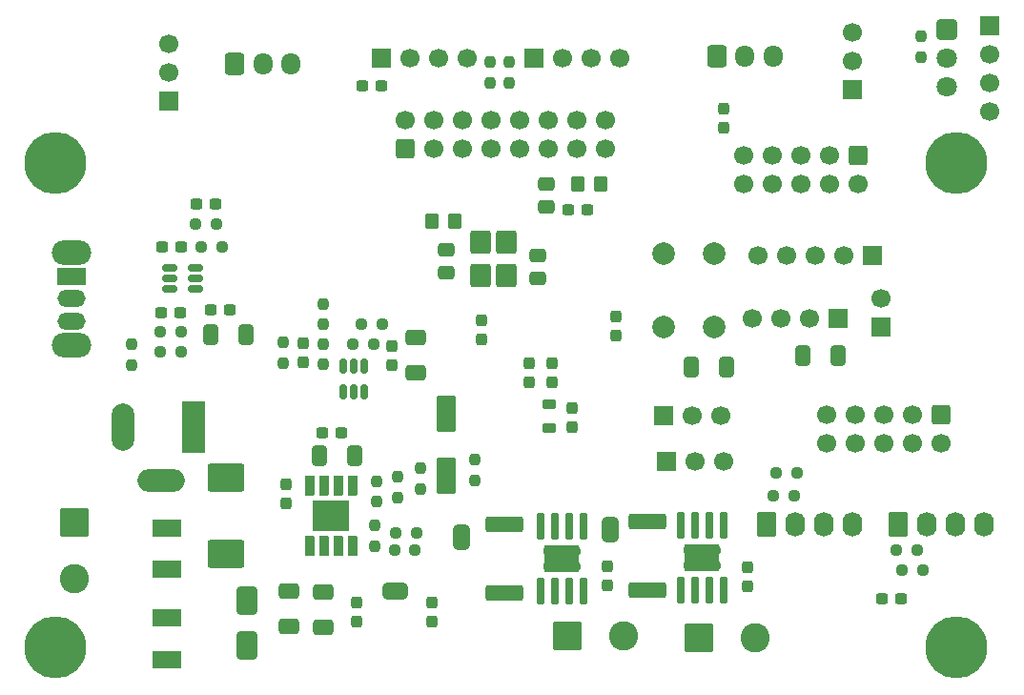
<source format=gbr>
%TF.GenerationSoftware,KiCad,Pcbnew,9.0.5*%
%TF.CreationDate,2025-11-12T00:35:56+01:00*%
%TF.ProjectId,mobile_robot,6d6f6269-6c65-45f7-926f-626f742e6b69,rev?*%
%TF.SameCoordinates,Original*%
%TF.FileFunction,Soldermask,Bot*%
%TF.FilePolarity,Negative*%
%FSLAX46Y46*%
G04 Gerber Fmt 4.6, Leading zero omitted, Abs format (unit mm)*
G04 Created by KiCad (PCBNEW 9.0.5) date 2025-11-12 00:35:56*
%MOMM*%
%LPD*%
G01*
G04 APERTURE LIST*
G04 Aperture macros list*
%AMRoundRect*
0 Rectangle with rounded corners*
0 $1 Rounding radius*
0 $2 $3 $4 $5 $6 $7 $8 $9 X,Y pos of 4 corners*
0 Add a 4 corners polygon primitive as box body*
4,1,4,$2,$3,$4,$5,$6,$7,$8,$9,$2,$3,0*
0 Add four circle primitives for the rounded corners*
1,1,$1+$1,$2,$3*
1,1,$1+$1,$4,$5*
1,1,$1+$1,$6,$7*
1,1,$1+$1,$8,$9*
0 Add four rect primitives between the rounded corners*
20,1,$1+$1,$2,$3,$4,$5,0*
20,1,$1+$1,$4,$5,$6,$7,0*
20,1,$1+$1,$6,$7,$8,$9,0*
20,1,$1+$1,$8,$9,$2,$3,0*%
%AMOutline4P*
0 Free polygon, 4 corners , with rotation*
0 The origin of the aperture is its center*
0 number of corners: always 4*
0 $1 to $8 corner X, Y*
0 $9 Rotation angle, in degrees counterclockwise*
0 create outline with 4 corners*
4,1,4,$1,$2,$3,$4,$5,$6,$7,$8,$1,$2,$9*%
%AMFreePoly0*
4,1,23,0.500000,-0.750000,0.000000,-0.750000,0.000000,-0.745722,-0.065263,-0.745722,-0.191342,-0.711940,-0.304381,-0.646677,-0.396677,-0.554381,-0.461940,-0.441342,-0.495722,-0.315263,-0.495722,-0.250000,-0.500000,-0.250000,-0.500000,0.250000,-0.495722,0.250000,-0.495722,0.315263,-0.461940,0.441342,-0.396677,0.554381,-0.304381,0.646677,-0.191342,0.711940,-0.065263,0.745722,0.000000,0.745722,
0.000000,0.750000,0.500000,0.750000,0.500000,-0.750000,0.500000,-0.750000,$1*%
%AMFreePoly1*
4,1,23,0.000000,0.745722,0.065263,0.745722,0.191342,0.711940,0.304381,0.646677,0.396677,0.554381,0.461940,0.441342,0.495722,0.315263,0.495722,0.250000,0.500000,0.250000,0.500000,-0.250000,0.495722,-0.250000,0.495722,-0.315263,0.461940,-0.441342,0.396677,-0.554381,0.304381,-0.646677,0.191342,-0.711940,0.065263,-0.745722,0.000000,-0.745722,0.000000,-0.750000,-0.500000,-0.750000,
-0.500000,0.750000,0.000000,0.750000,0.000000,0.745722,0.000000,0.745722,$1*%
G04 Aperture macros list end*
%ADD10C,0.010000*%
%ADD11RoundRect,0.250000X-0.650000X0.800000X-0.650000X-0.800000X0.650000X-0.800000X0.650000X0.800000X0*%
%ADD12RoundRect,0.248400X-0.651600X0.651600X-0.651600X-0.651600X0.651600X-0.651600X0.651600X0.651600X0*%
%ADD13C,1.800000*%
%ADD14RoundRect,0.150000X0.150000X-0.512500X0.150000X0.512500X-0.150000X0.512500X-0.150000X-0.512500X0*%
%ADD15RoundRect,0.150000X0.512500X0.150000X-0.512500X0.150000X-0.512500X-0.150000X0.512500X-0.150000X0*%
%ADD16Outline4P,-0.750000X-1.250000X0.750000X-1.250000X0.750000X1.250000X-0.750000X1.250000X270.000000*%
%ADD17R,2.500000X1.500000*%
%ADD18R,3.100000X2.400000*%
%ADD19RoundRect,0.070000X-0.250000X1.100000X-0.250000X-1.100000X0.250000X-1.100000X0.250000X1.100000X0*%
%ADD20C,0.770000*%
%ADD21O,3.500000X2.200000*%
%ADD22O,2.500000X1.500000*%
%ADD23C,2.000000*%
%ADD24RoundRect,0.237500X-0.250000X-0.237500X0.250000X-0.237500X0.250000X0.237500X-0.250000X0.237500X0*%
%ADD25RoundRect,0.237500X-0.237500X0.250000X-0.237500X-0.250000X0.237500X-0.250000X0.237500X0.250000X0*%
%ADD26RoundRect,0.237500X0.237500X-0.250000X0.237500X0.250000X-0.237500X0.250000X-0.237500X-0.250000X0*%
%ADD27RoundRect,0.237500X0.250000X0.237500X-0.250000X0.237500X-0.250000X-0.237500X0.250000X-0.237500X0*%
%ADD28RoundRect,0.249999X1.425001X-0.450001X1.425001X0.450001X-1.425001X0.450001X-1.425001X-0.450001X0*%
%ADD29RoundRect,0.250000X-0.350000X-0.450000X0.350000X-0.450000X0.350000X0.450000X-0.350000X0.450000X0*%
%ADD30RoundRect,0.250000X-1.050000X-1.050000X1.050000X-1.050000X1.050000X1.050000X-1.050000X1.050000X0*%
%ADD31C,2.600000*%
%ADD32FreePoly0,0.000000*%
%ADD33FreePoly1,0.000000*%
%ADD34FreePoly0,270.000000*%
%ADD35FreePoly1,270.000000*%
%ADD36R,1.700000X1.700000*%
%ADD37C,1.700000*%
%ADD38RoundRect,0.250000X0.600000X-0.600000X0.600000X0.600000X-0.600000X0.600000X-0.600000X-0.600000X0*%
%ADD39RoundRect,0.250000X-0.600000X0.600000X-0.600000X-0.600000X0.600000X-0.600000X0.600000X0.600000X0*%
%ADD40RoundRect,0.250000X-0.620000X-0.845000X0.620000X-0.845000X0.620000X0.845000X-0.620000X0.845000X0*%
%ADD41O,1.740000X2.190000*%
%ADD42RoundRect,0.250000X-0.600000X-0.725000X0.600000X-0.725000X0.600000X0.725000X-0.600000X0.725000X0*%
%ADD43O,1.700000X1.950000*%
%ADD44R,2.000000X4.600000*%
%ADD45O,2.000000X4.200000*%
%ADD46O,4.200000X2.000000*%
%ADD47RoundRect,0.250000X-1.050000X1.050000X-1.050000X-1.050000X1.050000X-1.050000X1.050000X1.050000X0*%
%ADD48C,5.500000*%
%ADD49RoundRect,0.218750X-0.381250X0.218750X-0.381250X-0.218750X0.381250X-0.218750X0.381250X0.218750X0*%
%ADD50RoundRect,0.250000X-1.400000X-1.000000X1.400000X-1.000000X1.400000X1.000000X-1.400000X1.000000X0*%
%ADD51RoundRect,0.250000X-0.650000X1.000000X-0.650000X-1.000000X0.650000X-1.000000X0.650000X1.000000X0*%
%ADD52RoundRect,0.250000X0.600000X-1.400000X0.600000X1.400000X-0.600000X1.400000X-0.600000X-1.400000X0*%
%ADD53RoundRect,0.237500X-0.237500X0.287500X-0.237500X-0.287500X0.237500X-0.287500X0.237500X0.287500X0*%
%ADD54RoundRect,0.237500X0.300000X0.237500X-0.300000X0.237500X-0.300000X-0.237500X0.300000X-0.237500X0*%
%ADD55RoundRect,0.250000X-0.412500X-0.650000X0.412500X-0.650000X0.412500X0.650000X-0.412500X0.650000X0*%
%ADD56RoundRect,0.237500X0.237500X-0.300000X0.237500X0.300000X-0.237500X0.300000X-0.237500X-0.300000X0*%
%ADD57RoundRect,0.250000X0.412500X0.650000X-0.412500X0.650000X-0.412500X-0.650000X0.412500X-0.650000X0*%
%ADD58RoundRect,0.250000X-0.650000X0.412500X-0.650000X-0.412500X0.650000X-0.412500X0.650000X0.412500X0*%
%ADD59RoundRect,0.237500X-0.300000X-0.237500X0.300000X-0.237500X0.300000X0.237500X-0.300000X0.237500X0*%
%ADD60RoundRect,0.237500X-0.237500X0.300000X-0.237500X-0.300000X0.237500X-0.300000X0.237500X0.300000X0*%
%ADD61RoundRect,0.250000X-0.475000X0.337500X-0.475000X-0.337500X0.475000X-0.337500X0.475000X0.337500X0*%
%ADD62RoundRect,0.250000X0.475000X-0.337500X0.475000X0.337500X-0.475000X0.337500X-0.475000X-0.337500X0*%
G04 APERTURE END LIST*
D10*
%TO.C,U8*%
X130984323Y-84563662D02*
X127884323Y-84563662D01*
X127884323Y-81963662D01*
X130984323Y-81963662D01*
X130984323Y-84563662D01*
G36*
X130984323Y-84563662D02*
G01*
X127884323Y-84563662D01*
X127884323Y-81963662D01*
X130984323Y-81963662D01*
X130984323Y-84563662D01*
G37*
X127857323Y-79719662D02*
X127859323Y-79719662D01*
X127862323Y-79720662D01*
X127864323Y-79720662D01*
X127867323Y-79721662D01*
X127869323Y-79722662D01*
X127872323Y-79723662D01*
X127874323Y-79725662D01*
X127876323Y-79726662D01*
X127878323Y-79728662D01*
X127880323Y-79729662D01*
X127882323Y-79731662D01*
X127884323Y-79733662D01*
X127886323Y-79735662D01*
X127888323Y-79737662D01*
X127889323Y-79739662D01*
X127891323Y-79741662D01*
X127892323Y-79743662D01*
X127894323Y-79745662D01*
X127895323Y-79748662D01*
X127896323Y-79750662D01*
X127897323Y-79753662D01*
X127897323Y-79755662D01*
X127898323Y-79758662D01*
X127898323Y-79760662D01*
X127899323Y-79763662D01*
X127899323Y-79765662D01*
X127899323Y-79768662D01*
X127899323Y-81358662D01*
X127899323Y-81361662D01*
X127899323Y-81363662D01*
X127898323Y-81366662D01*
X127898323Y-81368662D01*
X127897323Y-81371662D01*
X127897323Y-81373662D01*
X127896323Y-81376662D01*
X127895323Y-81378662D01*
X127894323Y-81381662D01*
X127892323Y-81383662D01*
X127891323Y-81385662D01*
X127889323Y-81387662D01*
X127888323Y-81389662D01*
X127886323Y-81391662D01*
X127884323Y-81393662D01*
X127882323Y-81395662D01*
X127880323Y-81397662D01*
X127878323Y-81398662D01*
X127876323Y-81400662D01*
X127874323Y-81401662D01*
X127872323Y-81403662D01*
X127869323Y-81404662D01*
X127867323Y-81405662D01*
X127864323Y-81406662D01*
X127862323Y-81406662D01*
X127859323Y-81407662D01*
X127857323Y-81407662D01*
X127854323Y-81408662D01*
X127852323Y-81408662D01*
X127849323Y-81408662D01*
X127209323Y-81408662D01*
X127206323Y-81408662D01*
X127204323Y-81408662D01*
X127201323Y-81407662D01*
X127199323Y-81407662D01*
X127196323Y-81406662D01*
X127194323Y-81406662D01*
X127191323Y-81405662D01*
X127189323Y-81404662D01*
X127186323Y-81403662D01*
X127184323Y-81401662D01*
X127182323Y-81400662D01*
X127180323Y-81398662D01*
X127178323Y-81397662D01*
X127176323Y-81395662D01*
X127174323Y-81393662D01*
X127172323Y-81391662D01*
X127170323Y-81389662D01*
X127169323Y-81387662D01*
X127167323Y-81385662D01*
X127166323Y-81383662D01*
X127164323Y-81381662D01*
X127163323Y-81378662D01*
X127162323Y-81376662D01*
X127161323Y-81373662D01*
X127161323Y-81371662D01*
X127160323Y-81368662D01*
X127160323Y-81366662D01*
X127159323Y-81363662D01*
X127159323Y-81361662D01*
X127159323Y-81358662D01*
X127159323Y-79768662D01*
X127159323Y-79765662D01*
X127159323Y-79763662D01*
X127160323Y-79760662D01*
X127160323Y-79758662D01*
X127161323Y-79755662D01*
X127161323Y-79753662D01*
X127162323Y-79750662D01*
X127163323Y-79748662D01*
X127164323Y-79745662D01*
X127166323Y-79743662D01*
X127167323Y-79741662D01*
X127169323Y-79739662D01*
X127170323Y-79737662D01*
X127172323Y-79735662D01*
X127174323Y-79733662D01*
X127176323Y-79731662D01*
X127178323Y-79729662D01*
X127180323Y-79728662D01*
X127182323Y-79726662D01*
X127184323Y-79725662D01*
X127186323Y-79723662D01*
X127189323Y-79722662D01*
X127191323Y-79721662D01*
X127194323Y-79720662D01*
X127196323Y-79720662D01*
X127199323Y-79719662D01*
X127201323Y-79719662D01*
X127204323Y-79718662D01*
X127206323Y-79718662D01*
X127209323Y-79718662D01*
X127849323Y-79718662D01*
X127852323Y-79718662D01*
X127854323Y-79718662D01*
X127857323Y-79719662D01*
G36*
X127857323Y-79719662D02*
G01*
X127859323Y-79719662D01*
X127862323Y-79720662D01*
X127864323Y-79720662D01*
X127867323Y-79721662D01*
X127869323Y-79722662D01*
X127872323Y-79723662D01*
X127874323Y-79725662D01*
X127876323Y-79726662D01*
X127878323Y-79728662D01*
X127880323Y-79729662D01*
X127882323Y-79731662D01*
X127884323Y-79733662D01*
X127886323Y-79735662D01*
X127888323Y-79737662D01*
X127889323Y-79739662D01*
X127891323Y-79741662D01*
X127892323Y-79743662D01*
X127894323Y-79745662D01*
X127895323Y-79748662D01*
X127896323Y-79750662D01*
X127897323Y-79753662D01*
X127897323Y-79755662D01*
X127898323Y-79758662D01*
X127898323Y-79760662D01*
X127899323Y-79763662D01*
X127899323Y-79765662D01*
X127899323Y-79768662D01*
X127899323Y-81358662D01*
X127899323Y-81361662D01*
X127899323Y-81363662D01*
X127898323Y-81366662D01*
X127898323Y-81368662D01*
X127897323Y-81371662D01*
X127897323Y-81373662D01*
X127896323Y-81376662D01*
X127895323Y-81378662D01*
X127894323Y-81381662D01*
X127892323Y-81383662D01*
X127891323Y-81385662D01*
X127889323Y-81387662D01*
X127888323Y-81389662D01*
X127886323Y-81391662D01*
X127884323Y-81393662D01*
X127882323Y-81395662D01*
X127880323Y-81397662D01*
X127878323Y-81398662D01*
X127876323Y-81400662D01*
X127874323Y-81401662D01*
X127872323Y-81403662D01*
X127869323Y-81404662D01*
X127867323Y-81405662D01*
X127864323Y-81406662D01*
X127862323Y-81406662D01*
X127859323Y-81407662D01*
X127857323Y-81407662D01*
X127854323Y-81408662D01*
X127852323Y-81408662D01*
X127849323Y-81408662D01*
X127209323Y-81408662D01*
X127206323Y-81408662D01*
X127204323Y-81408662D01*
X127201323Y-81407662D01*
X127199323Y-81407662D01*
X127196323Y-81406662D01*
X127194323Y-81406662D01*
X127191323Y-81405662D01*
X127189323Y-81404662D01*
X127186323Y-81403662D01*
X127184323Y-81401662D01*
X127182323Y-81400662D01*
X127180323Y-81398662D01*
X127178323Y-81397662D01*
X127176323Y-81395662D01*
X127174323Y-81393662D01*
X127172323Y-81391662D01*
X127170323Y-81389662D01*
X127169323Y-81387662D01*
X127167323Y-81385662D01*
X127166323Y-81383662D01*
X127164323Y-81381662D01*
X127163323Y-81378662D01*
X127162323Y-81376662D01*
X127161323Y-81373662D01*
X127161323Y-81371662D01*
X127160323Y-81368662D01*
X127160323Y-81366662D01*
X127159323Y-81363662D01*
X127159323Y-81361662D01*
X127159323Y-81358662D01*
X127159323Y-79768662D01*
X127159323Y-79765662D01*
X127159323Y-79763662D01*
X127160323Y-79760662D01*
X127160323Y-79758662D01*
X127161323Y-79755662D01*
X127161323Y-79753662D01*
X127162323Y-79750662D01*
X127163323Y-79748662D01*
X127164323Y-79745662D01*
X127166323Y-79743662D01*
X127167323Y-79741662D01*
X127169323Y-79739662D01*
X127170323Y-79737662D01*
X127172323Y-79735662D01*
X127174323Y-79733662D01*
X127176323Y-79731662D01*
X127178323Y-79729662D01*
X127180323Y-79728662D01*
X127182323Y-79726662D01*
X127184323Y-79725662D01*
X127186323Y-79723662D01*
X127189323Y-79722662D01*
X127191323Y-79721662D01*
X127194323Y-79720662D01*
X127196323Y-79720662D01*
X127199323Y-79719662D01*
X127201323Y-79719662D01*
X127204323Y-79718662D01*
X127206323Y-79718662D01*
X127209323Y-79718662D01*
X127849323Y-79718662D01*
X127852323Y-79718662D01*
X127854323Y-79718662D01*
X127857323Y-79719662D01*
G37*
X129127323Y-79719662D02*
X129129323Y-79719662D01*
X129132323Y-79720662D01*
X129134323Y-79720662D01*
X129137323Y-79721662D01*
X129139323Y-79722662D01*
X129142323Y-79723662D01*
X129144323Y-79725662D01*
X129146323Y-79726662D01*
X129148323Y-79728662D01*
X129150323Y-79729662D01*
X129152323Y-79731662D01*
X129154323Y-79733662D01*
X129156323Y-79735662D01*
X129158323Y-79737662D01*
X129159323Y-79739662D01*
X129161323Y-79741662D01*
X129162323Y-79743662D01*
X129164323Y-79745662D01*
X129165323Y-79748662D01*
X129166323Y-79750662D01*
X129167323Y-79753662D01*
X129167323Y-79755662D01*
X129168323Y-79758662D01*
X129168323Y-79760662D01*
X129169323Y-79763662D01*
X129169323Y-79765662D01*
X129169323Y-79768662D01*
X129169323Y-81358662D01*
X129169323Y-81361662D01*
X129169323Y-81363662D01*
X129168323Y-81366662D01*
X129168323Y-81368662D01*
X129167323Y-81371662D01*
X129167323Y-81373662D01*
X129166323Y-81376662D01*
X129165323Y-81378662D01*
X129164323Y-81381662D01*
X129162323Y-81383662D01*
X129161323Y-81385662D01*
X129159323Y-81387662D01*
X129158323Y-81389662D01*
X129156323Y-81391662D01*
X129154323Y-81393662D01*
X129152323Y-81395662D01*
X129150323Y-81397662D01*
X129148323Y-81398662D01*
X129146323Y-81400662D01*
X129144323Y-81401662D01*
X129142323Y-81403662D01*
X129139323Y-81404662D01*
X129137323Y-81405662D01*
X129134323Y-81406662D01*
X129132323Y-81406662D01*
X129129323Y-81407662D01*
X129127323Y-81407662D01*
X129124323Y-81408662D01*
X129122323Y-81408662D01*
X129119323Y-81408662D01*
X128479323Y-81408662D01*
X128476323Y-81408662D01*
X128474323Y-81408662D01*
X128471323Y-81407662D01*
X128469323Y-81407662D01*
X128466323Y-81406662D01*
X128464323Y-81406662D01*
X128461323Y-81405662D01*
X128459323Y-81404662D01*
X128456323Y-81403662D01*
X128454323Y-81401662D01*
X128452323Y-81400662D01*
X128450323Y-81398662D01*
X128448323Y-81397662D01*
X128446323Y-81395662D01*
X128444323Y-81393662D01*
X128442323Y-81391662D01*
X128440323Y-81389662D01*
X128439323Y-81387662D01*
X128437323Y-81385662D01*
X128436323Y-81383662D01*
X128434323Y-81381662D01*
X128433323Y-81378662D01*
X128432323Y-81376662D01*
X128431323Y-81373662D01*
X128431323Y-81371662D01*
X128430323Y-81368662D01*
X128430323Y-81366662D01*
X128429323Y-81363662D01*
X128429323Y-81361662D01*
X128429323Y-81358662D01*
X128429323Y-79768662D01*
X128429323Y-79765662D01*
X128429323Y-79763662D01*
X128430323Y-79760662D01*
X128430323Y-79758662D01*
X128431323Y-79755662D01*
X128431323Y-79753662D01*
X128432323Y-79750662D01*
X128433323Y-79748662D01*
X128434323Y-79745662D01*
X128436323Y-79743662D01*
X128437323Y-79741662D01*
X128439323Y-79739662D01*
X128440323Y-79737662D01*
X128442323Y-79735662D01*
X128444323Y-79733662D01*
X128446323Y-79731662D01*
X128448323Y-79729662D01*
X128450323Y-79728662D01*
X128452323Y-79726662D01*
X128454323Y-79725662D01*
X128456323Y-79723662D01*
X128459323Y-79722662D01*
X128461323Y-79721662D01*
X128464323Y-79720662D01*
X128466323Y-79720662D01*
X128469323Y-79719662D01*
X128471323Y-79719662D01*
X128474323Y-79718662D01*
X128476323Y-79718662D01*
X128479323Y-79718662D01*
X129119323Y-79718662D01*
X129122323Y-79718662D01*
X129124323Y-79718662D01*
X129127323Y-79719662D01*
G36*
X129127323Y-79719662D02*
G01*
X129129323Y-79719662D01*
X129132323Y-79720662D01*
X129134323Y-79720662D01*
X129137323Y-79721662D01*
X129139323Y-79722662D01*
X129142323Y-79723662D01*
X129144323Y-79725662D01*
X129146323Y-79726662D01*
X129148323Y-79728662D01*
X129150323Y-79729662D01*
X129152323Y-79731662D01*
X129154323Y-79733662D01*
X129156323Y-79735662D01*
X129158323Y-79737662D01*
X129159323Y-79739662D01*
X129161323Y-79741662D01*
X129162323Y-79743662D01*
X129164323Y-79745662D01*
X129165323Y-79748662D01*
X129166323Y-79750662D01*
X129167323Y-79753662D01*
X129167323Y-79755662D01*
X129168323Y-79758662D01*
X129168323Y-79760662D01*
X129169323Y-79763662D01*
X129169323Y-79765662D01*
X129169323Y-79768662D01*
X129169323Y-81358662D01*
X129169323Y-81361662D01*
X129169323Y-81363662D01*
X129168323Y-81366662D01*
X129168323Y-81368662D01*
X129167323Y-81371662D01*
X129167323Y-81373662D01*
X129166323Y-81376662D01*
X129165323Y-81378662D01*
X129164323Y-81381662D01*
X129162323Y-81383662D01*
X129161323Y-81385662D01*
X129159323Y-81387662D01*
X129158323Y-81389662D01*
X129156323Y-81391662D01*
X129154323Y-81393662D01*
X129152323Y-81395662D01*
X129150323Y-81397662D01*
X129148323Y-81398662D01*
X129146323Y-81400662D01*
X129144323Y-81401662D01*
X129142323Y-81403662D01*
X129139323Y-81404662D01*
X129137323Y-81405662D01*
X129134323Y-81406662D01*
X129132323Y-81406662D01*
X129129323Y-81407662D01*
X129127323Y-81407662D01*
X129124323Y-81408662D01*
X129122323Y-81408662D01*
X129119323Y-81408662D01*
X128479323Y-81408662D01*
X128476323Y-81408662D01*
X128474323Y-81408662D01*
X128471323Y-81407662D01*
X128469323Y-81407662D01*
X128466323Y-81406662D01*
X128464323Y-81406662D01*
X128461323Y-81405662D01*
X128459323Y-81404662D01*
X128456323Y-81403662D01*
X128454323Y-81401662D01*
X128452323Y-81400662D01*
X128450323Y-81398662D01*
X128448323Y-81397662D01*
X128446323Y-81395662D01*
X128444323Y-81393662D01*
X128442323Y-81391662D01*
X128440323Y-81389662D01*
X128439323Y-81387662D01*
X128437323Y-81385662D01*
X128436323Y-81383662D01*
X128434323Y-81381662D01*
X128433323Y-81378662D01*
X128432323Y-81376662D01*
X128431323Y-81373662D01*
X128431323Y-81371662D01*
X128430323Y-81368662D01*
X128430323Y-81366662D01*
X128429323Y-81363662D01*
X128429323Y-81361662D01*
X128429323Y-81358662D01*
X128429323Y-79768662D01*
X128429323Y-79765662D01*
X128429323Y-79763662D01*
X128430323Y-79760662D01*
X128430323Y-79758662D01*
X128431323Y-79755662D01*
X128431323Y-79753662D01*
X128432323Y-79750662D01*
X128433323Y-79748662D01*
X128434323Y-79745662D01*
X128436323Y-79743662D01*
X128437323Y-79741662D01*
X128439323Y-79739662D01*
X128440323Y-79737662D01*
X128442323Y-79735662D01*
X128444323Y-79733662D01*
X128446323Y-79731662D01*
X128448323Y-79729662D01*
X128450323Y-79728662D01*
X128452323Y-79726662D01*
X128454323Y-79725662D01*
X128456323Y-79723662D01*
X128459323Y-79722662D01*
X128461323Y-79721662D01*
X128464323Y-79720662D01*
X128466323Y-79720662D01*
X128469323Y-79719662D01*
X128471323Y-79719662D01*
X128474323Y-79718662D01*
X128476323Y-79718662D01*
X128479323Y-79718662D01*
X129119323Y-79718662D01*
X129122323Y-79718662D01*
X129124323Y-79718662D01*
X129127323Y-79719662D01*
G37*
X130397323Y-79719662D02*
X130399323Y-79719662D01*
X130402323Y-79720662D01*
X130404323Y-79720662D01*
X130407323Y-79721662D01*
X130409323Y-79722662D01*
X130412323Y-79723662D01*
X130414323Y-79725662D01*
X130416323Y-79726662D01*
X130418323Y-79728662D01*
X130420323Y-79729662D01*
X130422323Y-79731662D01*
X130424323Y-79733662D01*
X130426323Y-79735662D01*
X130428323Y-79737662D01*
X130429323Y-79739662D01*
X130431323Y-79741662D01*
X130432323Y-79743662D01*
X130434323Y-79745662D01*
X130435323Y-79748662D01*
X130436323Y-79750662D01*
X130437323Y-79753662D01*
X130437323Y-79755662D01*
X130438323Y-79758662D01*
X130438323Y-79760662D01*
X130439323Y-79763662D01*
X130439323Y-79765662D01*
X130439323Y-79768662D01*
X130439323Y-81358662D01*
X130439323Y-81361662D01*
X130439323Y-81363662D01*
X130438323Y-81366662D01*
X130438323Y-81368662D01*
X130437323Y-81371662D01*
X130437323Y-81373662D01*
X130436323Y-81376662D01*
X130435323Y-81378662D01*
X130434323Y-81381662D01*
X130432323Y-81383662D01*
X130431323Y-81385662D01*
X130429323Y-81387662D01*
X130428323Y-81389662D01*
X130426323Y-81391662D01*
X130424323Y-81393662D01*
X130422323Y-81395662D01*
X130420323Y-81397662D01*
X130418323Y-81398662D01*
X130416323Y-81400662D01*
X130414323Y-81401662D01*
X130412323Y-81403662D01*
X130409323Y-81404662D01*
X130407323Y-81405662D01*
X130404323Y-81406662D01*
X130402323Y-81406662D01*
X130399323Y-81407662D01*
X130397323Y-81407662D01*
X130394323Y-81408662D01*
X130392323Y-81408662D01*
X130389323Y-81408662D01*
X129749323Y-81408662D01*
X129746323Y-81408662D01*
X129744323Y-81408662D01*
X129741323Y-81407662D01*
X129739323Y-81407662D01*
X129736323Y-81406662D01*
X129734323Y-81406662D01*
X129731323Y-81405662D01*
X129729323Y-81404662D01*
X129726323Y-81403662D01*
X129724323Y-81401662D01*
X129722323Y-81400662D01*
X129720323Y-81398662D01*
X129718323Y-81397662D01*
X129716323Y-81395662D01*
X129714323Y-81393662D01*
X129712323Y-81391662D01*
X129710323Y-81389662D01*
X129709323Y-81387662D01*
X129707323Y-81385662D01*
X129706323Y-81383662D01*
X129704323Y-81381662D01*
X129703323Y-81378662D01*
X129702323Y-81376662D01*
X129701323Y-81373662D01*
X129701323Y-81371662D01*
X129700323Y-81368662D01*
X129700323Y-81366662D01*
X129699323Y-81363662D01*
X129699323Y-81361662D01*
X129699323Y-81358662D01*
X129699323Y-79768662D01*
X129699323Y-79765662D01*
X129699323Y-79763662D01*
X129700323Y-79760662D01*
X129700323Y-79758662D01*
X129701323Y-79755662D01*
X129701323Y-79753662D01*
X129702323Y-79750662D01*
X129703323Y-79748662D01*
X129704323Y-79745662D01*
X129706323Y-79743662D01*
X129707323Y-79741662D01*
X129709323Y-79739662D01*
X129710323Y-79737662D01*
X129712323Y-79735662D01*
X129714323Y-79733662D01*
X129716323Y-79731662D01*
X129718323Y-79729662D01*
X129720323Y-79728662D01*
X129722323Y-79726662D01*
X129724323Y-79725662D01*
X129726323Y-79723662D01*
X129729323Y-79722662D01*
X129731323Y-79721662D01*
X129734323Y-79720662D01*
X129736323Y-79720662D01*
X129739323Y-79719662D01*
X129741323Y-79719662D01*
X129744323Y-79718662D01*
X129746323Y-79718662D01*
X129749323Y-79718662D01*
X130389323Y-79718662D01*
X130392323Y-79718662D01*
X130394323Y-79718662D01*
X130397323Y-79719662D01*
G36*
X130397323Y-79719662D02*
G01*
X130399323Y-79719662D01*
X130402323Y-79720662D01*
X130404323Y-79720662D01*
X130407323Y-79721662D01*
X130409323Y-79722662D01*
X130412323Y-79723662D01*
X130414323Y-79725662D01*
X130416323Y-79726662D01*
X130418323Y-79728662D01*
X130420323Y-79729662D01*
X130422323Y-79731662D01*
X130424323Y-79733662D01*
X130426323Y-79735662D01*
X130428323Y-79737662D01*
X130429323Y-79739662D01*
X130431323Y-79741662D01*
X130432323Y-79743662D01*
X130434323Y-79745662D01*
X130435323Y-79748662D01*
X130436323Y-79750662D01*
X130437323Y-79753662D01*
X130437323Y-79755662D01*
X130438323Y-79758662D01*
X130438323Y-79760662D01*
X130439323Y-79763662D01*
X130439323Y-79765662D01*
X130439323Y-79768662D01*
X130439323Y-81358662D01*
X130439323Y-81361662D01*
X130439323Y-81363662D01*
X130438323Y-81366662D01*
X130438323Y-81368662D01*
X130437323Y-81371662D01*
X130437323Y-81373662D01*
X130436323Y-81376662D01*
X130435323Y-81378662D01*
X130434323Y-81381662D01*
X130432323Y-81383662D01*
X130431323Y-81385662D01*
X130429323Y-81387662D01*
X130428323Y-81389662D01*
X130426323Y-81391662D01*
X130424323Y-81393662D01*
X130422323Y-81395662D01*
X130420323Y-81397662D01*
X130418323Y-81398662D01*
X130416323Y-81400662D01*
X130414323Y-81401662D01*
X130412323Y-81403662D01*
X130409323Y-81404662D01*
X130407323Y-81405662D01*
X130404323Y-81406662D01*
X130402323Y-81406662D01*
X130399323Y-81407662D01*
X130397323Y-81407662D01*
X130394323Y-81408662D01*
X130392323Y-81408662D01*
X130389323Y-81408662D01*
X129749323Y-81408662D01*
X129746323Y-81408662D01*
X129744323Y-81408662D01*
X129741323Y-81407662D01*
X129739323Y-81407662D01*
X129736323Y-81406662D01*
X129734323Y-81406662D01*
X129731323Y-81405662D01*
X129729323Y-81404662D01*
X129726323Y-81403662D01*
X129724323Y-81401662D01*
X129722323Y-81400662D01*
X129720323Y-81398662D01*
X129718323Y-81397662D01*
X129716323Y-81395662D01*
X129714323Y-81393662D01*
X129712323Y-81391662D01*
X129710323Y-81389662D01*
X129709323Y-81387662D01*
X129707323Y-81385662D01*
X129706323Y-81383662D01*
X129704323Y-81381662D01*
X129703323Y-81378662D01*
X129702323Y-81376662D01*
X129701323Y-81373662D01*
X129701323Y-81371662D01*
X129700323Y-81368662D01*
X129700323Y-81366662D01*
X129699323Y-81363662D01*
X129699323Y-81361662D01*
X129699323Y-81358662D01*
X129699323Y-79768662D01*
X129699323Y-79765662D01*
X129699323Y-79763662D01*
X129700323Y-79760662D01*
X129700323Y-79758662D01*
X129701323Y-79755662D01*
X129701323Y-79753662D01*
X129702323Y-79750662D01*
X129703323Y-79748662D01*
X129704323Y-79745662D01*
X129706323Y-79743662D01*
X129707323Y-79741662D01*
X129709323Y-79739662D01*
X129710323Y-79737662D01*
X129712323Y-79735662D01*
X129714323Y-79733662D01*
X129716323Y-79731662D01*
X129718323Y-79729662D01*
X129720323Y-79728662D01*
X129722323Y-79726662D01*
X129724323Y-79725662D01*
X129726323Y-79723662D01*
X129729323Y-79722662D01*
X129731323Y-79721662D01*
X129734323Y-79720662D01*
X129736323Y-79720662D01*
X129739323Y-79719662D01*
X129741323Y-79719662D01*
X129744323Y-79718662D01*
X129746323Y-79718662D01*
X129749323Y-79718662D01*
X130389323Y-79718662D01*
X130392323Y-79718662D01*
X130394323Y-79718662D01*
X130397323Y-79719662D01*
G37*
X131667323Y-79719662D02*
X131669323Y-79719662D01*
X131672323Y-79720662D01*
X131674323Y-79720662D01*
X131677323Y-79721662D01*
X131679323Y-79722662D01*
X131682323Y-79723662D01*
X131684323Y-79725662D01*
X131686323Y-79726662D01*
X131688323Y-79728662D01*
X131690323Y-79729662D01*
X131692323Y-79731662D01*
X131694323Y-79733662D01*
X131696323Y-79735662D01*
X131698323Y-79737662D01*
X131699323Y-79739662D01*
X131701323Y-79741662D01*
X131702323Y-79743662D01*
X131704323Y-79745662D01*
X131705323Y-79748662D01*
X131706323Y-79750662D01*
X131707323Y-79753662D01*
X131707323Y-79755662D01*
X131708323Y-79758662D01*
X131708323Y-79760662D01*
X131709323Y-79763662D01*
X131709323Y-79765662D01*
X131709323Y-79768662D01*
X131709323Y-81358662D01*
X131709323Y-81361662D01*
X131709323Y-81363662D01*
X131708323Y-81366662D01*
X131708323Y-81368662D01*
X131707323Y-81371662D01*
X131707323Y-81373662D01*
X131706323Y-81376662D01*
X131705323Y-81378662D01*
X131704323Y-81381662D01*
X131702323Y-81383662D01*
X131701323Y-81385662D01*
X131699323Y-81387662D01*
X131698323Y-81389662D01*
X131696323Y-81391662D01*
X131694323Y-81393662D01*
X131692323Y-81395662D01*
X131690323Y-81397662D01*
X131688323Y-81398662D01*
X131686323Y-81400662D01*
X131684323Y-81401662D01*
X131682323Y-81403662D01*
X131679323Y-81404662D01*
X131677323Y-81405662D01*
X131674323Y-81406662D01*
X131672323Y-81406662D01*
X131669323Y-81407662D01*
X131667323Y-81407662D01*
X131664323Y-81408662D01*
X131662323Y-81408662D01*
X131659323Y-81408662D01*
X131019323Y-81408662D01*
X131016323Y-81408662D01*
X131014323Y-81408662D01*
X131011323Y-81407662D01*
X131009323Y-81407662D01*
X131006323Y-81406662D01*
X131004323Y-81406662D01*
X131001323Y-81405662D01*
X130999323Y-81404662D01*
X130996323Y-81403662D01*
X130994323Y-81401662D01*
X130992323Y-81400662D01*
X130990323Y-81398662D01*
X130988323Y-81397662D01*
X130986323Y-81395662D01*
X130984323Y-81393662D01*
X130982323Y-81391662D01*
X130980323Y-81389662D01*
X130979323Y-81387662D01*
X130977323Y-81385662D01*
X130976323Y-81383662D01*
X130974323Y-81381662D01*
X130973323Y-81378662D01*
X130972323Y-81376662D01*
X130971323Y-81373662D01*
X130971323Y-81371662D01*
X130970323Y-81368662D01*
X130970323Y-81366662D01*
X130969323Y-81363662D01*
X130969323Y-81361662D01*
X130969323Y-81358662D01*
X130969323Y-79768662D01*
X130969323Y-79765662D01*
X130969323Y-79763662D01*
X130970323Y-79760662D01*
X130970323Y-79758662D01*
X130971323Y-79755662D01*
X130971323Y-79753662D01*
X130972323Y-79750662D01*
X130973323Y-79748662D01*
X130974323Y-79745662D01*
X130976323Y-79743662D01*
X130977323Y-79741662D01*
X130979323Y-79739662D01*
X130980323Y-79737662D01*
X130982323Y-79735662D01*
X130984323Y-79733662D01*
X130986323Y-79731662D01*
X130988323Y-79729662D01*
X130990323Y-79728662D01*
X130992323Y-79726662D01*
X130994323Y-79725662D01*
X130996323Y-79723662D01*
X130999323Y-79722662D01*
X131001323Y-79721662D01*
X131004323Y-79720662D01*
X131006323Y-79720662D01*
X131009323Y-79719662D01*
X131011323Y-79719662D01*
X131014323Y-79718662D01*
X131016323Y-79718662D01*
X131019323Y-79718662D01*
X131659323Y-79718662D01*
X131662323Y-79718662D01*
X131664323Y-79718662D01*
X131667323Y-79719662D01*
G36*
X131667323Y-79719662D02*
G01*
X131669323Y-79719662D01*
X131672323Y-79720662D01*
X131674323Y-79720662D01*
X131677323Y-79721662D01*
X131679323Y-79722662D01*
X131682323Y-79723662D01*
X131684323Y-79725662D01*
X131686323Y-79726662D01*
X131688323Y-79728662D01*
X131690323Y-79729662D01*
X131692323Y-79731662D01*
X131694323Y-79733662D01*
X131696323Y-79735662D01*
X131698323Y-79737662D01*
X131699323Y-79739662D01*
X131701323Y-79741662D01*
X131702323Y-79743662D01*
X131704323Y-79745662D01*
X131705323Y-79748662D01*
X131706323Y-79750662D01*
X131707323Y-79753662D01*
X131707323Y-79755662D01*
X131708323Y-79758662D01*
X131708323Y-79760662D01*
X131709323Y-79763662D01*
X131709323Y-79765662D01*
X131709323Y-79768662D01*
X131709323Y-81358662D01*
X131709323Y-81361662D01*
X131709323Y-81363662D01*
X131708323Y-81366662D01*
X131708323Y-81368662D01*
X131707323Y-81371662D01*
X131707323Y-81373662D01*
X131706323Y-81376662D01*
X131705323Y-81378662D01*
X131704323Y-81381662D01*
X131702323Y-81383662D01*
X131701323Y-81385662D01*
X131699323Y-81387662D01*
X131698323Y-81389662D01*
X131696323Y-81391662D01*
X131694323Y-81393662D01*
X131692323Y-81395662D01*
X131690323Y-81397662D01*
X131688323Y-81398662D01*
X131686323Y-81400662D01*
X131684323Y-81401662D01*
X131682323Y-81403662D01*
X131679323Y-81404662D01*
X131677323Y-81405662D01*
X131674323Y-81406662D01*
X131672323Y-81406662D01*
X131669323Y-81407662D01*
X131667323Y-81407662D01*
X131664323Y-81408662D01*
X131662323Y-81408662D01*
X131659323Y-81408662D01*
X131019323Y-81408662D01*
X131016323Y-81408662D01*
X131014323Y-81408662D01*
X131011323Y-81407662D01*
X131009323Y-81407662D01*
X131006323Y-81406662D01*
X131004323Y-81406662D01*
X131001323Y-81405662D01*
X130999323Y-81404662D01*
X130996323Y-81403662D01*
X130994323Y-81401662D01*
X130992323Y-81400662D01*
X130990323Y-81398662D01*
X130988323Y-81397662D01*
X130986323Y-81395662D01*
X130984323Y-81393662D01*
X130982323Y-81391662D01*
X130980323Y-81389662D01*
X130979323Y-81387662D01*
X130977323Y-81385662D01*
X130976323Y-81383662D01*
X130974323Y-81381662D01*
X130973323Y-81378662D01*
X130972323Y-81376662D01*
X130971323Y-81373662D01*
X130971323Y-81371662D01*
X130970323Y-81368662D01*
X130970323Y-81366662D01*
X130969323Y-81363662D01*
X130969323Y-81361662D01*
X130969323Y-81358662D01*
X130969323Y-79768662D01*
X130969323Y-79765662D01*
X130969323Y-79763662D01*
X130970323Y-79760662D01*
X130970323Y-79758662D01*
X130971323Y-79755662D01*
X130971323Y-79753662D01*
X130972323Y-79750662D01*
X130973323Y-79748662D01*
X130974323Y-79745662D01*
X130976323Y-79743662D01*
X130977323Y-79741662D01*
X130979323Y-79739662D01*
X130980323Y-79737662D01*
X130982323Y-79735662D01*
X130984323Y-79733662D01*
X130986323Y-79731662D01*
X130988323Y-79729662D01*
X130990323Y-79728662D01*
X130992323Y-79726662D01*
X130994323Y-79725662D01*
X130996323Y-79723662D01*
X130999323Y-79722662D01*
X131001323Y-79721662D01*
X131004323Y-79720662D01*
X131006323Y-79720662D01*
X131009323Y-79719662D01*
X131011323Y-79719662D01*
X131014323Y-79718662D01*
X131016323Y-79718662D01*
X131019323Y-79718662D01*
X131659323Y-79718662D01*
X131662323Y-79718662D01*
X131664323Y-79718662D01*
X131667323Y-79719662D01*
G37*
X127857323Y-85119662D02*
X127859323Y-85119662D01*
X127862323Y-85120662D01*
X127864323Y-85120662D01*
X127867323Y-85121662D01*
X127869323Y-85122662D01*
X127872323Y-85123662D01*
X127874323Y-85125662D01*
X127876323Y-85126662D01*
X127878323Y-85128662D01*
X127880323Y-85129662D01*
X127882323Y-85131662D01*
X127884323Y-85133662D01*
X127886323Y-85135662D01*
X127888323Y-85137662D01*
X127889323Y-85139662D01*
X127891323Y-85141662D01*
X127892323Y-85143662D01*
X127894323Y-85145662D01*
X127895323Y-85148662D01*
X127896323Y-85150662D01*
X127897323Y-85153662D01*
X127897323Y-85155662D01*
X127898323Y-85158662D01*
X127898323Y-85160662D01*
X127899323Y-85163662D01*
X127899323Y-85165662D01*
X127899323Y-85168662D01*
X127899323Y-86758662D01*
X127899323Y-86761662D01*
X127899323Y-86763662D01*
X127898323Y-86766662D01*
X127898323Y-86768662D01*
X127897323Y-86771662D01*
X127897323Y-86773662D01*
X127896323Y-86776662D01*
X127895323Y-86778662D01*
X127894323Y-86781662D01*
X127892323Y-86783662D01*
X127891323Y-86785662D01*
X127889323Y-86787662D01*
X127888323Y-86789662D01*
X127886323Y-86791662D01*
X127884323Y-86793662D01*
X127882323Y-86795662D01*
X127880323Y-86797662D01*
X127878323Y-86798662D01*
X127876323Y-86800662D01*
X127874323Y-86801662D01*
X127872323Y-86803662D01*
X127869323Y-86804662D01*
X127867323Y-86805662D01*
X127864323Y-86806662D01*
X127862323Y-86806662D01*
X127859323Y-86807662D01*
X127857323Y-86807662D01*
X127854323Y-86808662D01*
X127852323Y-86808662D01*
X127849323Y-86808662D01*
X127209323Y-86808662D01*
X127206323Y-86808662D01*
X127204323Y-86808662D01*
X127201323Y-86807662D01*
X127199323Y-86807662D01*
X127196323Y-86806662D01*
X127194323Y-86806662D01*
X127191323Y-86805662D01*
X127189323Y-86804662D01*
X127186323Y-86803662D01*
X127184323Y-86801662D01*
X127182323Y-86800662D01*
X127180323Y-86798662D01*
X127178323Y-86797662D01*
X127176323Y-86795662D01*
X127174323Y-86793662D01*
X127172323Y-86791662D01*
X127170323Y-86789662D01*
X127169323Y-86787662D01*
X127167323Y-86785662D01*
X127166323Y-86783662D01*
X127164323Y-86781662D01*
X127163323Y-86778662D01*
X127162323Y-86776662D01*
X127161323Y-86773662D01*
X127161323Y-86771662D01*
X127160323Y-86768662D01*
X127160323Y-86766662D01*
X127159323Y-86763662D01*
X127159323Y-86761662D01*
X127159323Y-86758662D01*
X127159323Y-85168662D01*
X127159323Y-85165662D01*
X127159323Y-85163662D01*
X127160323Y-85160662D01*
X127160323Y-85158662D01*
X127161323Y-85155662D01*
X127161323Y-85153662D01*
X127162323Y-85150662D01*
X127163323Y-85148662D01*
X127164323Y-85145662D01*
X127166323Y-85143662D01*
X127167323Y-85141662D01*
X127169323Y-85139662D01*
X127170323Y-85137662D01*
X127172323Y-85135662D01*
X127174323Y-85133662D01*
X127176323Y-85131662D01*
X127178323Y-85129662D01*
X127180323Y-85128662D01*
X127182323Y-85126662D01*
X127184323Y-85125662D01*
X127186323Y-85123662D01*
X127189323Y-85122662D01*
X127191323Y-85121662D01*
X127194323Y-85120662D01*
X127196323Y-85120662D01*
X127199323Y-85119662D01*
X127201323Y-85119662D01*
X127204323Y-85118662D01*
X127206323Y-85118662D01*
X127209323Y-85118662D01*
X127849323Y-85118662D01*
X127852323Y-85118662D01*
X127854323Y-85118662D01*
X127857323Y-85119662D01*
G36*
X127857323Y-85119662D02*
G01*
X127859323Y-85119662D01*
X127862323Y-85120662D01*
X127864323Y-85120662D01*
X127867323Y-85121662D01*
X127869323Y-85122662D01*
X127872323Y-85123662D01*
X127874323Y-85125662D01*
X127876323Y-85126662D01*
X127878323Y-85128662D01*
X127880323Y-85129662D01*
X127882323Y-85131662D01*
X127884323Y-85133662D01*
X127886323Y-85135662D01*
X127888323Y-85137662D01*
X127889323Y-85139662D01*
X127891323Y-85141662D01*
X127892323Y-85143662D01*
X127894323Y-85145662D01*
X127895323Y-85148662D01*
X127896323Y-85150662D01*
X127897323Y-85153662D01*
X127897323Y-85155662D01*
X127898323Y-85158662D01*
X127898323Y-85160662D01*
X127899323Y-85163662D01*
X127899323Y-85165662D01*
X127899323Y-85168662D01*
X127899323Y-86758662D01*
X127899323Y-86761662D01*
X127899323Y-86763662D01*
X127898323Y-86766662D01*
X127898323Y-86768662D01*
X127897323Y-86771662D01*
X127897323Y-86773662D01*
X127896323Y-86776662D01*
X127895323Y-86778662D01*
X127894323Y-86781662D01*
X127892323Y-86783662D01*
X127891323Y-86785662D01*
X127889323Y-86787662D01*
X127888323Y-86789662D01*
X127886323Y-86791662D01*
X127884323Y-86793662D01*
X127882323Y-86795662D01*
X127880323Y-86797662D01*
X127878323Y-86798662D01*
X127876323Y-86800662D01*
X127874323Y-86801662D01*
X127872323Y-86803662D01*
X127869323Y-86804662D01*
X127867323Y-86805662D01*
X127864323Y-86806662D01*
X127862323Y-86806662D01*
X127859323Y-86807662D01*
X127857323Y-86807662D01*
X127854323Y-86808662D01*
X127852323Y-86808662D01*
X127849323Y-86808662D01*
X127209323Y-86808662D01*
X127206323Y-86808662D01*
X127204323Y-86808662D01*
X127201323Y-86807662D01*
X127199323Y-86807662D01*
X127196323Y-86806662D01*
X127194323Y-86806662D01*
X127191323Y-86805662D01*
X127189323Y-86804662D01*
X127186323Y-86803662D01*
X127184323Y-86801662D01*
X127182323Y-86800662D01*
X127180323Y-86798662D01*
X127178323Y-86797662D01*
X127176323Y-86795662D01*
X127174323Y-86793662D01*
X127172323Y-86791662D01*
X127170323Y-86789662D01*
X127169323Y-86787662D01*
X127167323Y-86785662D01*
X127166323Y-86783662D01*
X127164323Y-86781662D01*
X127163323Y-86778662D01*
X127162323Y-86776662D01*
X127161323Y-86773662D01*
X127161323Y-86771662D01*
X127160323Y-86768662D01*
X127160323Y-86766662D01*
X127159323Y-86763662D01*
X127159323Y-86761662D01*
X127159323Y-86758662D01*
X127159323Y-85168662D01*
X127159323Y-85165662D01*
X127159323Y-85163662D01*
X127160323Y-85160662D01*
X127160323Y-85158662D01*
X127161323Y-85155662D01*
X127161323Y-85153662D01*
X127162323Y-85150662D01*
X127163323Y-85148662D01*
X127164323Y-85145662D01*
X127166323Y-85143662D01*
X127167323Y-85141662D01*
X127169323Y-85139662D01*
X127170323Y-85137662D01*
X127172323Y-85135662D01*
X127174323Y-85133662D01*
X127176323Y-85131662D01*
X127178323Y-85129662D01*
X127180323Y-85128662D01*
X127182323Y-85126662D01*
X127184323Y-85125662D01*
X127186323Y-85123662D01*
X127189323Y-85122662D01*
X127191323Y-85121662D01*
X127194323Y-85120662D01*
X127196323Y-85120662D01*
X127199323Y-85119662D01*
X127201323Y-85119662D01*
X127204323Y-85118662D01*
X127206323Y-85118662D01*
X127209323Y-85118662D01*
X127849323Y-85118662D01*
X127852323Y-85118662D01*
X127854323Y-85118662D01*
X127857323Y-85119662D01*
G37*
X129127323Y-85119662D02*
X129129323Y-85119662D01*
X129132323Y-85120662D01*
X129134323Y-85120662D01*
X129137323Y-85121662D01*
X129139323Y-85122662D01*
X129142323Y-85123662D01*
X129144323Y-85125662D01*
X129146323Y-85126662D01*
X129148323Y-85128662D01*
X129150323Y-85129662D01*
X129152323Y-85131662D01*
X129154323Y-85133662D01*
X129156323Y-85135662D01*
X129158323Y-85137662D01*
X129159323Y-85139662D01*
X129161323Y-85141662D01*
X129162323Y-85143662D01*
X129164323Y-85145662D01*
X129165323Y-85148662D01*
X129166323Y-85150662D01*
X129167323Y-85153662D01*
X129167323Y-85155662D01*
X129168323Y-85158662D01*
X129168323Y-85160662D01*
X129169323Y-85163662D01*
X129169323Y-85165662D01*
X129169323Y-85168662D01*
X129169323Y-86758662D01*
X129169323Y-86761662D01*
X129169323Y-86763662D01*
X129168323Y-86766662D01*
X129168323Y-86768662D01*
X129167323Y-86771662D01*
X129167323Y-86773662D01*
X129166323Y-86776662D01*
X129165323Y-86778662D01*
X129164323Y-86781662D01*
X129162323Y-86783662D01*
X129161323Y-86785662D01*
X129159323Y-86787662D01*
X129158323Y-86789662D01*
X129156323Y-86791662D01*
X129154323Y-86793662D01*
X129152323Y-86795662D01*
X129150323Y-86797662D01*
X129148323Y-86798662D01*
X129146323Y-86800662D01*
X129144323Y-86801662D01*
X129142323Y-86803662D01*
X129139323Y-86804662D01*
X129137323Y-86805662D01*
X129134323Y-86806662D01*
X129132323Y-86806662D01*
X129129323Y-86807662D01*
X129127323Y-86807662D01*
X129124323Y-86808662D01*
X129122323Y-86808662D01*
X129119323Y-86808662D01*
X128479323Y-86808662D01*
X128476323Y-86808662D01*
X128474323Y-86808662D01*
X128471323Y-86807662D01*
X128469323Y-86807662D01*
X128466323Y-86806662D01*
X128464323Y-86806662D01*
X128461323Y-86805662D01*
X128459323Y-86804662D01*
X128456323Y-86803662D01*
X128454323Y-86801662D01*
X128452323Y-86800662D01*
X128450323Y-86798662D01*
X128448323Y-86797662D01*
X128446323Y-86795662D01*
X128444323Y-86793662D01*
X128442323Y-86791662D01*
X128440323Y-86789662D01*
X128439323Y-86787662D01*
X128437323Y-86785662D01*
X128436323Y-86783662D01*
X128434323Y-86781662D01*
X128433323Y-86778662D01*
X128432323Y-86776662D01*
X128431323Y-86773662D01*
X128431323Y-86771662D01*
X128430323Y-86768662D01*
X128430323Y-86766662D01*
X128429323Y-86763662D01*
X128429323Y-86761662D01*
X128429323Y-86758662D01*
X128429323Y-85168662D01*
X128429323Y-85165662D01*
X128429323Y-85163662D01*
X128430323Y-85160662D01*
X128430323Y-85158662D01*
X128431323Y-85155662D01*
X128431323Y-85153662D01*
X128432323Y-85150662D01*
X128433323Y-85148662D01*
X128434323Y-85145662D01*
X128436323Y-85143662D01*
X128437323Y-85141662D01*
X128439323Y-85139662D01*
X128440323Y-85137662D01*
X128442323Y-85135662D01*
X128444323Y-85133662D01*
X128446323Y-85131662D01*
X128448323Y-85129662D01*
X128450323Y-85128662D01*
X128452323Y-85126662D01*
X128454323Y-85125662D01*
X128456323Y-85123662D01*
X128459323Y-85122662D01*
X128461323Y-85121662D01*
X128464323Y-85120662D01*
X128466323Y-85120662D01*
X128469323Y-85119662D01*
X128471323Y-85119662D01*
X128474323Y-85118662D01*
X128476323Y-85118662D01*
X128479323Y-85118662D01*
X129119323Y-85118662D01*
X129122323Y-85118662D01*
X129124323Y-85118662D01*
X129127323Y-85119662D01*
G36*
X129127323Y-85119662D02*
G01*
X129129323Y-85119662D01*
X129132323Y-85120662D01*
X129134323Y-85120662D01*
X129137323Y-85121662D01*
X129139323Y-85122662D01*
X129142323Y-85123662D01*
X129144323Y-85125662D01*
X129146323Y-85126662D01*
X129148323Y-85128662D01*
X129150323Y-85129662D01*
X129152323Y-85131662D01*
X129154323Y-85133662D01*
X129156323Y-85135662D01*
X129158323Y-85137662D01*
X129159323Y-85139662D01*
X129161323Y-85141662D01*
X129162323Y-85143662D01*
X129164323Y-85145662D01*
X129165323Y-85148662D01*
X129166323Y-85150662D01*
X129167323Y-85153662D01*
X129167323Y-85155662D01*
X129168323Y-85158662D01*
X129168323Y-85160662D01*
X129169323Y-85163662D01*
X129169323Y-85165662D01*
X129169323Y-85168662D01*
X129169323Y-86758662D01*
X129169323Y-86761662D01*
X129169323Y-86763662D01*
X129168323Y-86766662D01*
X129168323Y-86768662D01*
X129167323Y-86771662D01*
X129167323Y-86773662D01*
X129166323Y-86776662D01*
X129165323Y-86778662D01*
X129164323Y-86781662D01*
X129162323Y-86783662D01*
X129161323Y-86785662D01*
X129159323Y-86787662D01*
X129158323Y-86789662D01*
X129156323Y-86791662D01*
X129154323Y-86793662D01*
X129152323Y-86795662D01*
X129150323Y-86797662D01*
X129148323Y-86798662D01*
X129146323Y-86800662D01*
X129144323Y-86801662D01*
X129142323Y-86803662D01*
X129139323Y-86804662D01*
X129137323Y-86805662D01*
X129134323Y-86806662D01*
X129132323Y-86806662D01*
X129129323Y-86807662D01*
X129127323Y-86807662D01*
X129124323Y-86808662D01*
X129122323Y-86808662D01*
X129119323Y-86808662D01*
X128479323Y-86808662D01*
X128476323Y-86808662D01*
X128474323Y-86808662D01*
X128471323Y-86807662D01*
X128469323Y-86807662D01*
X128466323Y-86806662D01*
X128464323Y-86806662D01*
X128461323Y-86805662D01*
X128459323Y-86804662D01*
X128456323Y-86803662D01*
X128454323Y-86801662D01*
X128452323Y-86800662D01*
X128450323Y-86798662D01*
X128448323Y-86797662D01*
X128446323Y-86795662D01*
X128444323Y-86793662D01*
X128442323Y-86791662D01*
X128440323Y-86789662D01*
X128439323Y-86787662D01*
X128437323Y-86785662D01*
X128436323Y-86783662D01*
X128434323Y-86781662D01*
X128433323Y-86778662D01*
X128432323Y-86776662D01*
X128431323Y-86773662D01*
X128431323Y-86771662D01*
X128430323Y-86768662D01*
X128430323Y-86766662D01*
X128429323Y-86763662D01*
X128429323Y-86761662D01*
X128429323Y-86758662D01*
X128429323Y-85168662D01*
X128429323Y-85165662D01*
X128429323Y-85163662D01*
X128430323Y-85160662D01*
X128430323Y-85158662D01*
X128431323Y-85155662D01*
X128431323Y-85153662D01*
X128432323Y-85150662D01*
X128433323Y-85148662D01*
X128434323Y-85145662D01*
X128436323Y-85143662D01*
X128437323Y-85141662D01*
X128439323Y-85139662D01*
X128440323Y-85137662D01*
X128442323Y-85135662D01*
X128444323Y-85133662D01*
X128446323Y-85131662D01*
X128448323Y-85129662D01*
X128450323Y-85128662D01*
X128452323Y-85126662D01*
X128454323Y-85125662D01*
X128456323Y-85123662D01*
X128459323Y-85122662D01*
X128461323Y-85121662D01*
X128464323Y-85120662D01*
X128466323Y-85120662D01*
X128469323Y-85119662D01*
X128471323Y-85119662D01*
X128474323Y-85118662D01*
X128476323Y-85118662D01*
X128479323Y-85118662D01*
X129119323Y-85118662D01*
X129122323Y-85118662D01*
X129124323Y-85118662D01*
X129127323Y-85119662D01*
G37*
X130397323Y-85119662D02*
X130399323Y-85119662D01*
X130402323Y-85120662D01*
X130404323Y-85120662D01*
X130407323Y-85121662D01*
X130409323Y-85122662D01*
X130412323Y-85123662D01*
X130414323Y-85125662D01*
X130416323Y-85126662D01*
X130418323Y-85128662D01*
X130420323Y-85129662D01*
X130422323Y-85131662D01*
X130424323Y-85133662D01*
X130426323Y-85135662D01*
X130428323Y-85137662D01*
X130429323Y-85139662D01*
X130431323Y-85141662D01*
X130432323Y-85143662D01*
X130434323Y-85145662D01*
X130435323Y-85148662D01*
X130436323Y-85150662D01*
X130437323Y-85153662D01*
X130437323Y-85155662D01*
X130438323Y-85158662D01*
X130438323Y-85160662D01*
X130439323Y-85163662D01*
X130439323Y-85165662D01*
X130439323Y-85168662D01*
X130439323Y-86758662D01*
X130439323Y-86761662D01*
X130439323Y-86763662D01*
X130438323Y-86766662D01*
X130438323Y-86768662D01*
X130437323Y-86771662D01*
X130437323Y-86773662D01*
X130436323Y-86776662D01*
X130435323Y-86778662D01*
X130434323Y-86781662D01*
X130432323Y-86783662D01*
X130431323Y-86785662D01*
X130429323Y-86787662D01*
X130428323Y-86789662D01*
X130426323Y-86791662D01*
X130424323Y-86793662D01*
X130422323Y-86795662D01*
X130420323Y-86797662D01*
X130418323Y-86798662D01*
X130416323Y-86800662D01*
X130414323Y-86801662D01*
X130412323Y-86803662D01*
X130409323Y-86804662D01*
X130407323Y-86805662D01*
X130404323Y-86806662D01*
X130402323Y-86806662D01*
X130399323Y-86807662D01*
X130397323Y-86807662D01*
X130394323Y-86808662D01*
X130392323Y-86808662D01*
X130389323Y-86808662D01*
X129749323Y-86808662D01*
X129746323Y-86808662D01*
X129744323Y-86808662D01*
X129741323Y-86807662D01*
X129739323Y-86807662D01*
X129736323Y-86806662D01*
X129734323Y-86806662D01*
X129731323Y-86805662D01*
X129729323Y-86804662D01*
X129726323Y-86803662D01*
X129724323Y-86801662D01*
X129722323Y-86800662D01*
X129720323Y-86798662D01*
X129718323Y-86797662D01*
X129716323Y-86795662D01*
X129714323Y-86793662D01*
X129712323Y-86791662D01*
X129710323Y-86789662D01*
X129709323Y-86787662D01*
X129707323Y-86785662D01*
X129706323Y-86783662D01*
X129704323Y-86781662D01*
X129703323Y-86778662D01*
X129702323Y-86776662D01*
X129701323Y-86773662D01*
X129701323Y-86771662D01*
X129700323Y-86768662D01*
X129700323Y-86766662D01*
X129699323Y-86763662D01*
X129699323Y-86761662D01*
X129699323Y-86758662D01*
X129699323Y-85168662D01*
X129699323Y-85165662D01*
X129699323Y-85163662D01*
X129700323Y-85160662D01*
X129700323Y-85158662D01*
X129701323Y-85155662D01*
X129701323Y-85153662D01*
X129702323Y-85150662D01*
X129703323Y-85148662D01*
X129704323Y-85145662D01*
X129706323Y-85143662D01*
X129707323Y-85141662D01*
X129709323Y-85139662D01*
X129710323Y-85137662D01*
X129712323Y-85135662D01*
X129714323Y-85133662D01*
X129716323Y-85131662D01*
X129718323Y-85129662D01*
X129720323Y-85128662D01*
X129722323Y-85126662D01*
X129724323Y-85125662D01*
X129726323Y-85123662D01*
X129729323Y-85122662D01*
X129731323Y-85121662D01*
X129734323Y-85120662D01*
X129736323Y-85120662D01*
X129739323Y-85119662D01*
X129741323Y-85119662D01*
X129744323Y-85118662D01*
X129746323Y-85118662D01*
X129749323Y-85118662D01*
X130389323Y-85118662D01*
X130392323Y-85118662D01*
X130394323Y-85118662D01*
X130397323Y-85119662D01*
G36*
X130397323Y-85119662D02*
G01*
X130399323Y-85119662D01*
X130402323Y-85120662D01*
X130404323Y-85120662D01*
X130407323Y-85121662D01*
X130409323Y-85122662D01*
X130412323Y-85123662D01*
X130414323Y-85125662D01*
X130416323Y-85126662D01*
X130418323Y-85128662D01*
X130420323Y-85129662D01*
X130422323Y-85131662D01*
X130424323Y-85133662D01*
X130426323Y-85135662D01*
X130428323Y-85137662D01*
X130429323Y-85139662D01*
X130431323Y-85141662D01*
X130432323Y-85143662D01*
X130434323Y-85145662D01*
X130435323Y-85148662D01*
X130436323Y-85150662D01*
X130437323Y-85153662D01*
X130437323Y-85155662D01*
X130438323Y-85158662D01*
X130438323Y-85160662D01*
X130439323Y-85163662D01*
X130439323Y-85165662D01*
X130439323Y-85168662D01*
X130439323Y-86758662D01*
X130439323Y-86761662D01*
X130439323Y-86763662D01*
X130438323Y-86766662D01*
X130438323Y-86768662D01*
X130437323Y-86771662D01*
X130437323Y-86773662D01*
X130436323Y-86776662D01*
X130435323Y-86778662D01*
X130434323Y-86781662D01*
X130432323Y-86783662D01*
X130431323Y-86785662D01*
X130429323Y-86787662D01*
X130428323Y-86789662D01*
X130426323Y-86791662D01*
X130424323Y-86793662D01*
X130422323Y-86795662D01*
X130420323Y-86797662D01*
X130418323Y-86798662D01*
X130416323Y-86800662D01*
X130414323Y-86801662D01*
X130412323Y-86803662D01*
X130409323Y-86804662D01*
X130407323Y-86805662D01*
X130404323Y-86806662D01*
X130402323Y-86806662D01*
X130399323Y-86807662D01*
X130397323Y-86807662D01*
X130394323Y-86808662D01*
X130392323Y-86808662D01*
X130389323Y-86808662D01*
X129749323Y-86808662D01*
X129746323Y-86808662D01*
X129744323Y-86808662D01*
X129741323Y-86807662D01*
X129739323Y-86807662D01*
X129736323Y-86806662D01*
X129734323Y-86806662D01*
X129731323Y-86805662D01*
X129729323Y-86804662D01*
X129726323Y-86803662D01*
X129724323Y-86801662D01*
X129722323Y-86800662D01*
X129720323Y-86798662D01*
X129718323Y-86797662D01*
X129716323Y-86795662D01*
X129714323Y-86793662D01*
X129712323Y-86791662D01*
X129710323Y-86789662D01*
X129709323Y-86787662D01*
X129707323Y-86785662D01*
X129706323Y-86783662D01*
X129704323Y-86781662D01*
X129703323Y-86778662D01*
X129702323Y-86776662D01*
X129701323Y-86773662D01*
X129701323Y-86771662D01*
X129700323Y-86768662D01*
X129700323Y-86766662D01*
X129699323Y-86763662D01*
X129699323Y-86761662D01*
X129699323Y-86758662D01*
X129699323Y-85168662D01*
X129699323Y-85165662D01*
X129699323Y-85163662D01*
X129700323Y-85160662D01*
X129700323Y-85158662D01*
X129701323Y-85155662D01*
X129701323Y-85153662D01*
X129702323Y-85150662D01*
X129703323Y-85148662D01*
X129704323Y-85145662D01*
X129706323Y-85143662D01*
X129707323Y-85141662D01*
X129709323Y-85139662D01*
X129710323Y-85137662D01*
X129712323Y-85135662D01*
X129714323Y-85133662D01*
X129716323Y-85131662D01*
X129718323Y-85129662D01*
X129720323Y-85128662D01*
X129722323Y-85126662D01*
X129724323Y-85125662D01*
X129726323Y-85123662D01*
X129729323Y-85122662D01*
X129731323Y-85121662D01*
X129734323Y-85120662D01*
X129736323Y-85120662D01*
X129739323Y-85119662D01*
X129741323Y-85119662D01*
X129744323Y-85118662D01*
X129746323Y-85118662D01*
X129749323Y-85118662D01*
X130389323Y-85118662D01*
X130392323Y-85118662D01*
X130394323Y-85118662D01*
X130397323Y-85119662D01*
G37*
X131667323Y-85119662D02*
X131669323Y-85119662D01*
X131672323Y-85120662D01*
X131674323Y-85120662D01*
X131677323Y-85121662D01*
X131679323Y-85122662D01*
X131682323Y-85123662D01*
X131684323Y-85125662D01*
X131686323Y-85126662D01*
X131688323Y-85128662D01*
X131690323Y-85129662D01*
X131692323Y-85131662D01*
X131694323Y-85133662D01*
X131696323Y-85135662D01*
X131698323Y-85137662D01*
X131699323Y-85139662D01*
X131701323Y-85141662D01*
X131702323Y-85143662D01*
X131704323Y-85145662D01*
X131705323Y-85148662D01*
X131706323Y-85150662D01*
X131707323Y-85153662D01*
X131707323Y-85155662D01*
X131708323Y-85158662D01*
X131708323Y-85160662D01*
X131709323Y-85163662D01*
X131709323Y-85165662D01*
X131709323Y-85168662D01*
X131709323Y-86758662D01*
X131709323Y-86761662D01*
X131709323Y-86763662D01*
X131708323Y-86766662D01*
X131708323Y-86768662D01*
X131707323Y-86771662D01*
X131707323Y-86773662D01*
X131706323Y-86776662D01*
X131705323Y-86778662D01*
X131704323Y-86781662D01*
X131702323Y-86783662D01*
X131701323Y-86785662D01*
X131699323Y-86787662D01*
X131698323Y-86789662D01*
X131696323Y-86791662D01*
X131694323Y-86793662D01*
X131692323Y-86795662D01*
X131690323Y-86797662D01*
X131688323Y-86798662D01*
X131686323Y-86800662D01*
X131684323Y-86801662D01*
X131682323Y-86803662D01*
X131679323Y-86804662D01*
X131677323Y-86805662D01*
X131674323Y-86806662D01*
X131672323Y-86806662D01*
X131669323Y-86807662D01*
X131667323Y-86807662D01*
X131664323Y-86808662D01*
X131662323Y-86808662D01*
X131659323Y-86808662D01*
X131019323Y-86808662D01*
X131016323Y-86808662D01*
X131014323Y-86808662D01*
X131011323Y-86807662D01*
X131009323Y-86807662D01*
X131006323Y-86806662D01*
X131004323Y-86806662D01*
X131001323Y-86805662D01*
X130999323Y-86804662D01*
X130996323Y-86803662D01*
X130994323Y-86801662D01*
X130992323Y-86800662D01*
X130990323Y-86798662D01*
X130988323Y-86797662D01*
X130986323Y-86795662D01*
X130984323Y-86793662D01*
X130982323Y-86791662D01*
X130980323Y-86789662D01*
X130979323Y-86787662D01*
X130977323Y-86785662D01*
X130976323Y-86783662D01*
X130974323Y-86781662D01*
X130973323Y-86778662D01*
X130972323Y-86776662D01*
X130971323Y-86773662D01*
X130971323Y-86771662D01*
X130970323Y-86768662D01*
X130970323Y-86766662D01*
X130969323Y-86763662D01*
X130969323Y-86761662D01*
X130969323Y-86758662D01*
X130969323Y-85168662D01*
X130969323Y-85165662D01*
X130969323Y-85163662D01*
X130970323Y-85160662D01*
X130970323Y-85158662D01*
X130971323Y-85155662D01*
X130971323Y-85153662D01*
X130972323Y-85150662D01*
X130973323Y-85148662D01*
X130974323Y-85145662D01*
X130976323Y-85143662D01*
X130977323Y-85141662D01*
X130979323Y-85139662D01*
X130980323Y-85137662D01*
X130982323Y-85135662D01*
X130984323Y-85133662D01*
X130986323Y-85131662D01*
X130988323Y-85129662D01*
X130990323Y-85128662D01*
X130992323Y-85126662D01*
X130994323Y-85125662D01*
X130996323Y-85123662D01*
X130999323Y-85122662D01*
X131001323Y-85121662D01*
X131004323Y-85120662D01*
X131006323Y-85120662D01*
X131009323Y-85119662D01*
X131011323Y-85119662D01*
X131014323Y-85118662D01*
X131016323Y-85118662D01*
X131019323Y-85118662D01*
X131659323Y-85118662D01*
X131662323Y-85118662D01*
X131664323Y-85118662D01*
X131667323Y-85119662D01*
G36*
X131667323Y-85119662D02*
G01*
X131669323Y-85119662D01*
X131672323Y-85120662D01*
X131674323Y-85120662D01*
X131677323Y-85121662D01*
X131679323Y-85122662D01*
X131682323Y-85123662D01*
X131684323Y-85125662D01*
X131686323Y-85126662D01*
X131688323Y-85128662D01*
X131690323Y-85129662D01*
X131692323Y-85131662D01*
X131694323Y-85133662D01*
X131696323Y-85135662D01*
X131698323Y-85137662D01*
X131699323Y-85139662D01*
X131701323Y-85141662D01*
X131702323Y-85143662D01*
X131704323Y-85145662D01*
X131705323Y-85148662D01*
X131706323Y-85150662D01*
X131707323Y-85153662D01*
X131707323Y-85155662D01*
X131708323Y-85158662D01*
X131708323Y-85160662D01*
X131709323Y-85163662D01*
X131709323Y-85165662D01*
X131709323Y-85168662D01*
X131709323Y-86758662D01*
X131709323Y-86761662D01*
X131709323Y-86763662D01*
X131708323Y-86766662D01*
X131708323Y-86768662D01*
X131707323Y-86771662D01*
X131707323Y-86773662D01*
X131706323Y-86776662D01*
X131705323Y-86778662D01*
X131704323Y-86781662D01*
X131702323Y-86783662D01*
X131701323Y-86785662D01*
X131699323Y-86787662D01*
X131698323Y-86789662D01*
X131696323Y-86791662D01*
X131694323Y-86793662D01*
X131692323Y-86795662D01*
X131690323Y-86797662D01*
X131688323Y-86798662D01*
X131686323Y-86800662D01*
X131684323Y-86801662D01*
X131682323Y-86803662D01*
X131679323Y-86804662D01*
X131677323Y-86805662D01*
X131674323Y-86806662D01*
X131672323Y-86806662D01*
X131669323Y-86807662D01*
X131667323Y-86807662D01*
X131664323Y-86808662D01*
X131662323Y-86808662D01*
X131659323Y-86808662D01*
X131019323Y-86808662D01*
X131016323Y-86808662D01*
X131014323Y-86808662D01*
X131011323Y-86807662D01*
X131009323Y-86807662D01*
X131006323Y-86806662D01*
X131004323Y-86806662D01*
X131001323Y-86805662D01*
X130999323Y-86804662D01*
X130996323Y-86803662D01*
X130994323Y-86801662D01*
X130992323Y-86800662D01*
X130990323Y-86798662D01*
X130988323Y-86797662D01*
X130986323Y-86795662D01*
X130984323Y-86793662D01*
X130982323Y-86791662D01*
X130980323Y-86789662D01*
X130979323Y-86787662D01*
X130977323Y-86785662D01*
X130976323Y-86783662D01*
X130974323Y-86781662D01*
X130973323Y-86778662D01*
X130972323Y-86776662D01*
X130971323Y-86773662D01*
X130971323Y-86771662D01*
X130970323Y-86768662D01*
X130970323Y-86766662D01*
X130969323Y-86763662D01*
X130969323Y-86761662D01*
X130969323Y-86758662D01*
X130969323Y-85168662D01*
X130969323Y-85165662D01*
X130969323Y-85163662D01*
X130970323Y-85160662D01*
X130970323Y-85158662D01*
X130971323Y-85155662D01*
X130971323Y-85153662D01*
X130972323Y-85150662D01*
X130973323Y-85148662D01*
X130974323Y-85145662D01*
X130976323Y-85143662D01*
X130977323Y-85141662D01*
X130979323Y-85139662D01*
X130980323Y-85137662D01*
X130982323Y-85135662D01*
X130984323Y-85133662D01*
X130986323Y-85131662D01*
X130988323Y-85129662D01*
X130990323Y-85128662D01*
X130992323Y-85126662D01*
X130994323Y-85125662D01*
X130996323Y-85123662D01*
X130999323Y-85122662D01*
X131001323Y-85121662D01*
X131004323Y-85120662D01*
X131006323Y-85120662D01*
X131009323Y-85119662D01*
X131011323Y-85119662D01*
X131014323Y-85118662D01*
X131016323Y-85118662D01*
X131019323Y-85118662D01*
X131659323Y-85118662D01*
X131662323Y-85118662D01*
X131664323Y-85118662D01*
X131667323Y-85119662D01*
G37*
%TO.C,JP5*%
G36*
X135053484Y-90745875D02*
G01*
X135353484Y-90745875D01*
X135353484Y-89245875D01*
X135053484Y-89245875D01*
X135053484Y-90745875D01*
G37*
%TO.C,JP4*%
G36*
X140329365Y-85047577D02*
G01*
X141829365Y-85047577D01*
X141829365Y-85347577D01*
X140329365Y-85347577D01*
X140329365Y-85047577D01*
G37*
%TO.C,JP3*%
G36*
X153536265Y-84373346D02*
G01*
X155036265Y-84373346D01*
X155036265Y-84673346D01*
X153536265Y-84673346D01*
X153536265Y-84373346D01*
G37*
%TD*%
D11*
%TO.C,Y1*%
X145048000Y-59033000D03*
X145048000Y-61933000D03*
X142748000Y-61933000D03*
X142748000Y-59033000D03*
%TD*%
D12*
%TO.C,U12*%
X184150000Y-40132000D03*
D13*
X184150000Y-42672000D03*
X184150000Y-45212000D03*
%TD*%
D14*
%TO.C,U10*%
X132450000Y-72306506D03*
X131500000Y-72306506D03*
X130550000Y-72306506D03*
X130550000Y-70031506D03*
X131500000Y-70031506D03*
X132450000Y-70031506D03*
%TD*%
D15*
%TO.C,U9*%
X117464448Y-61293638D03*
X117464448Y-62243638D03*
X117464448Y-63193638D03*
X115189448Y-63193638D03*
X115189448Y-62243638D03*
X115189448Y-61293638D03*
%TD*%
D16*
%TO.C,U7*%
X114877049Y-84366123D03*
X114877049Y-88066123D03*
D17*
X114877049Y-92366123D03*
X114877049Y-96066123D03*
%TD*%
D18*
%TO.C,U4*%
X149969365Y-87117577D03*
D19*
X148064365Y-84242577D03*
X149334365Y-84242577D03*
X150604365Y-84242577D03*
X151874365Y-84242577D03*
X151874365Y-89992577D03*
X150604365Y-89992577D03*
X149334365Y-89992577D03*
X148064365Y-89992577D03*
D20*
X148669365Y-86467577D03*
X149969365Y-86467577D03*
X151269365Y-86467577D03*
X148669365Y-87767577D03*
X149969365Y-87767577D03*
X151269365Y-87767577D03*
%TD*%
D18*
%TO.C,U2*%
X162433000Y-87041000D03*
D19*
X160528000Y-84166000D03*
X161798000Y-84166000D03*
X163068000Y-84166000D03*
X164338000Y-84166000D03*
X164338000Y-89916000D03*
X163068000Y-89916000D03*
X161798000Y-89916000D03*
X160528000Y-89916000D03*
D20*
X161133000Y-86391000D03*
X162433000Y-86391000D03*
X163733000Y-86391000D03*
X161133000Y-87691000D03*
X162433000Y-87691000D03*
X163733000Y-87691000D03*
%TD*%
D21*
%TO.C,SW2*%
X106426000Y-59937574D03*
X106426000Y-68137574D03*
D17*
X106426000Y-62037574D03*
D22*
X106426000Y-64037574D03*
X106426000Y-66037574D03*
%TD*%
D23*
%TO.C,SW1*%
X159040000Y-66548000D03*
X159040000Y-60048000D03*
X163540000Y-66548000D03*
X163540000Y-60048000D03*
%TD*%
D24*
%TO.C,R83*%
X168759500Y-81534000D03*
X170584500Y-81534000D03*
%TD*%
%TO.C,R82*%
X169013500Y-79502000D03*
X170838500Y-79502000D03*
%TD*%
%TO.C,R81*%
X179681500Y-86360000D03*
X181506500Y-86360000D03*
%TD*%
%TO.C,R80*%
X180189500Y-88138000D03*
X182014500Y-88138000D03*
%TD*%
D25*
%TO.C,R79*%
X181864000Y-40743500D03*
X181864000Y-42568500D03*
%TD*%
D26*
%TO.C,R63*%
X125222000Y-69746500D03*
X125222000Y-67921500D03*
%TD*%
%TO.C,R62*%
X128778000Y-69850000D03*
X128778000Y-68025000D03*
%TD*%
D27*
%TO.C,R61*%
X134008500Y-66294000D03*
X132183500Y-66294000D03*
%TD*%
D25*
%TO.C,R60*%
X128800000Y-64487500D03*
X128800000Y-66312500D03*
%TD*%
D27*
%TO.C,R59*%
X133246500Y-68072000D03*
X131421500Y-68072000D03*
%TD*%
D25*
%TO.C,R55*%
X111800000Y-68087500D03*
X111800000Y-69912500D03*
%TD*%
D24*
%TO.C,R54*%
X114337500Y-67000000D03*
X116162500Y-67000000D03*
%TD*%
%TO.C,R53*%
X117451500Y-57404000D03*
X119276500Y-57404000D03*
%TD*%
%TO.C,R52*%
X114337500Y-68750000D03*
X116162500Y-68750000D03*
%TD*%
D27*
%TO.C,R51*%
X119784500Y-59436000D03*
X117959500Y-59436000D03*
%TD*%
D25*
%TO.C,R50*%
X133554389Y-80221352D03*
X133554389Y-82046352D03*
%TD*%
D26*
%TO.C,R49*%
X135382000Y-81684500D03*
X135382000Y-79859500D03*
%TD*%
D25*
%TO.C,R48*%
X133350000Y-84177500D03*
X133350000Y-86002500D03*
%TD*%
D27*
%TO.C,R47*%
X137056500Y-84800000D03*
X135231500Y-84800000D03*
%TD*%
D28*
%TO.C,R20*%
X144889365Y-90167577D03*
X144889365Y-84067577D03*
%TD*%
D26*
%TO.C,R10*%
X145288000Y-44854500D03*
X145288000Y-43029500D03*
%TD*%
%TO.C,R9*%
X143637000Y-44854500D03*
X143637000Y-43029500D03*
%TD*%
D25*
%TO.C,R8*%
X142240000Y-78335500D03*
X142240000Y-80160500D03*
%TD*%
D26*
%TO.C,R7*%
X137414000Y-80922500D03*
X137414000Y-79097500D03*
%TD*%
D28*
%TO.C,R6*%
X157599261Y-89894546D03*
X157599261Y-83794546D03*
%TD*%
D29*
%TO.C,R4*%
X151400000Y-53848000D03*
X153400000Y-53848000D03*
%TD*%
%TO.C,R2*%
X138446000Y-57150000D03*
X140446000Y-57150000D03*
%TD*%
D24*
%TO.C,R1*%
X135128000Y-86360000D03*
X136953000Y-86360000D03*
%TD*%
D30*
%TO.C,M2*%
X150448000Y-93980000D03*
D31*
X155448000Y-93980000D03*
%TD*%
D30*
%TO.C,M1*%
X162132000Y-94109500D03*
D31*
X167132000Y-94109500D03*
%TD*%
D32*
%TO.C,JP5*%
X134553484Y-89995875D03*
D33*
X135853484Y-89995875D03*
%TD*%
D34*
%TO.C,JP4*%
X141079365Y-84547577D03*
D35*
X141079365Y-85847577D03*
%TD*%
D34*
%TO.C,JP3*%
X154286265Y-83873346D03*
D35*
X154286265Y-85173346D03*
%TD*%
D36*
%TO.C,J20*%
X147457000Y-42647000D03*
D37*
X149997000Y-42647000D03*
X152537000Y-42647000D03*
X155077000Y-42647000D03*
%TD*%
D38*
%TO.C,J19*%
X136110000Y-50730000D03*
D37*
X136110000Y-48190000D03*
X138650000Y-50730000D03*
X138650000Y-48190000D03*
X141190000Y-50730000D03*
X141190000Y-48190000D03*
X143730000Y-50730000D03*
X143730000Y-48190000D03*
X146270000Y-50730000D03*
X146270000Y-48190000D03*
X148810000Y-50730000D03*
X148810000Y-48190000D03*
X151350000Y-50730000D03*
X151350000Y-48190000D03*
X153890000Y-50730000D03*
X153890000Y-48190000D03*
%TD*%
D36*
%TO.C,J18*%
X159019000Y-74422000D03*
D37*
X161559000Y-74422000D03*
X164099000Y-74422000D03*
%TD*%
D36*
%TO.C,J17*%
X159258000Y-78486000D03*
D37*
X161798000Y-78486000D03*
X164338000Y-78486000D03*
%TD*%
D39*
%TO.C,J16*%
X176276000Y-51308000D03*
D37*
X176276000Y-53848000D03*
X173736000Y-51308000D03*
X173736000Y-53848000D03*
X171196000Y-51308000D03*
X171196000Y-53848000D03*
X168656000Y-51308000D03*
X168656000Y-53848000D03*
X166116000Y-51308000D03*
X166116000Y-53848000D03*
%TD*%
D39*
%TO.C,J15*%
X183642000Y-74295000D03*
D37*
X183642000Y-76835000D03*
X181102000Y-74295000D03*
X181102000Y-76835000D03*
X178562000Y-74295000D03*
X178562000Y-76835000D03*
X176022000Y-74295000D03*
X176022000Y-76835000D03*
X173482000Y-74295000D03*
X173482000Y-76835000D03*
%TD*%
D40*
%TO.C,J14*%
X179832000Y-84074000D03*
D41*
X182372000Y-84074000D03*
X184912000Y-84074000D03*
X187452000Y-84074000D03*
%TD*%
D40*
%TO.C,J13*%
X168148000Y-84074000D03*
D41*
X170688000Y-84074000D03*
X173228000Y-84074000D03*
X175768000Y-84074000D03*
%TD*%
D42*
%TO.C,J12*%
X163743000Y-42528000D03*
D43*
X166243000Y-42528000D03*
X168743000Y-42528000D03*
%TD*%
D44*
%TO.C,J11*%
X117313143Y-75408302D03*
D45*
X111013143Y-75408302D03*
D46*
X114413143Y-80208302D03*
%TD*%
D47*
%TO.C,J10*%
X106680000Y-83900000D03*
D31*
X106680000Y-88900000D03*
%TD*%
D42*
%TO.C,J9*%
X120944000Y-43180000D03*
D43*
X123444000Y-43180000D03*
X125944000Y-43180000D03*
%TD*%
D36*
%TO.C,J8*%
X174498000Y-65786000D03*
D37*
X171958000Y-65786000D03*
X169418000Y-65786000D03*
X166878000Y-65786000D03*
%TD*%
D36*
%TO.C,J7*%
X175768000Y-45451000D03*
D37*
X175768000Y-42911000D03*
X175768000Y-40371000D03*
%TD*%
D36*
%TO.C,J6*%
X177546000Y-60198000D03*
D37*
X175006000Y-60198000D03*
X172466000Y-60198000D03*
X169926000Y-60198000D03*
X167386000Y-60198000D03*
%TD*%
D36*
%TO.C,J5*%
X133985000Y-42672000D03*
D37*
X136525000Y-42672000D03*
X139065000Y-42672000D03*
X141605000Y-42672000D03*
%TD*%
D36*
%TO.C,J4*%
X178308000Y-66553000D03*
D37*
X178308000Y-64013000D03*
%TD*%
D36*
%TO.C,J3*%
X115062000Y-46467000D03*
D37*
X115062000Y-43927000D03*
X115062000Y-41387000D03*
%TD*%
D36*
%TO.C,J1*%
X187987988Y-39817150D03*
D37*
X187987988Y-42357150D03*
X187987988Y-44897150D03*
X187987988Y-47437150D03*
%TD*%
D48*
%TO.C,H4*%
X185000000Y-52000000D03*
%TD*%
%TO.C,H3*%
X105000000Y-52000000D03*
%TD*%
%TO.C,H2*%
X105000000Y-95000000D03*
%TD*%
%TO.C,H1*%
X185000000Y-95000000D03*
%TD*%
D49*
%TO.C,FB1*%
X148844000Y-73359500D03*
X148844000Y-75484500D03*
%TD*%
D50*
%TO.C,D18*%
X120142000Y-86712000D03*
X120142000Y-79912000D03*
%TD*%
D51*
%TO.C,D17*%
X122044705Y-90832550D03*
X122044705Y-94832550D03*
%TD*%
D52*
%TO.C,D3*%
X139700000Y-79712000D03*
X139700000Y-74212000D03*
%TD*%
D53*
%TO.C,D1*%
X164338000Y-47131000D03*
X164338000Y-48881000D03*
%TD*%
D54*
%TO.C,C46*%
X133958500Y-45085000D03*
X132233500Y-45085000D03*
%TD*%
D55*
%TO.C,C45*%
X161505500Y-70104000D03*
X164630500Y-70104000D03*
%TD*%
D54*
%TO.C,C44*%
X180086000Y-90678000D03*
X178361000Y-90678000D03*
%TD*%
D56*
%TO.C,C43*%
X147066000Y-71474500D03*
X147066000Y-69749500D03*
%TD*%
D57*
%TO.C,C41*%
X174536500Y-69088000D03*
X171411500Y-69088000D03*
%TD*%
D56*
%TO.C,C40*%
X127000000Y-69696500D03*
X127000000Y-67971500D03*
%TD*%
D58*
%TO.C,C38*%
X137000000Y-67437500D03*
X137000000Y-70562500D03*
%TD*%
D59*
%TO.C,C37*%
X128677500Y-75946000D03*
X130402500Y-75946000D03*
%TD*%
D55*
%TO.C,C36*%
X128485500Y-77978000D03*
X131610500Y-77978000D03*
%TD*%
D60*
%TO.C,C35*%
X134874000Y-68225500D03*
X134874000Y-69950500D03*
%TD*%
D59*
%TO.C,C34*%
X114387500Y-65250000D03*
X116112500Y-65250000D03*
%TD*%
%TO.C,C33*%
X117501500Y-55626000D03*
X119226500Y-55626000D03*
%TD*%
%TO.C,C30*%
X118771500Y-65000000D03*
X120496500Y-65000000D03*
%TD*%
D55*
%TO.C,C29*%
X118837500Y-67200000D03*
X121962500Y-67200000D03*
%TD*%
D59*
%TO.C,C26*%
X114453500Y-59436000D03*
X116178500Y-59436000D03*
%TD*%
D60*
%TO.C,C25*%
X138430000Y-90985000D03*
X138430000Y-92710000D03*
%TD*%
%TO.C,C23*%
X125494659Y-80468275D03*
X125494659Y-82193275D03*
%TD*%
%TO.C,C22*%
X131714719Y-90969662D03*
X131714719Y-92694662D03*
%TD*%
D58*
%TO.C,C21*%
X128803209Y-90079523D03*
X128803209Y-93204523D03*
%TD*%
%TO.C,C20*%
X125760979Y-90020104D03*
X125760979Y-93145104D03*
%TD*%
D56*
%TO.C,C11*%
X166451199Y-89604577D03*
X166451199Y-87879577D03*
%TD*%
%TO.C,C9*%
X154033365Y-89504077D03*
X154033365Y-87779077D03*
%TD*%
D59*
%TO.C,C8*%
X150521500Y-56134000D03*
X152246500Y-56134000D03*
%TD*%
D56*
%TO.C,C7*%
X149098000Y-71474500D03*
X149098000Y-69749500D03*
%TD*%
D60*
%TO.C,C6*%
X142800000Y-65937500D03*
X142800000Y-67662500D03*
%TD*%
%TO.C,C5*%
X154800000Y-65585000D03*
X154800000Y-67310000D03*
%TD*%
D61*
%TO.C,C4*%
X139700000Y-59647000D03*
X139700000Y-61722000D03*
%TD*%
D62*
%TO.C,C3*%
X147828000Y-62251500D03*
X147828000Y-60176500D03*
%TD*%
D60*
%TO.C,C2*%
X150876000Y-73713000D03*
X150876000Y-75438000D03*
%TD*%
D62*
%TO.C,C1*%
X148590000Y-55901500D03*
X148590000Y-53826500D03*
%TD*%
M02*

</source>
